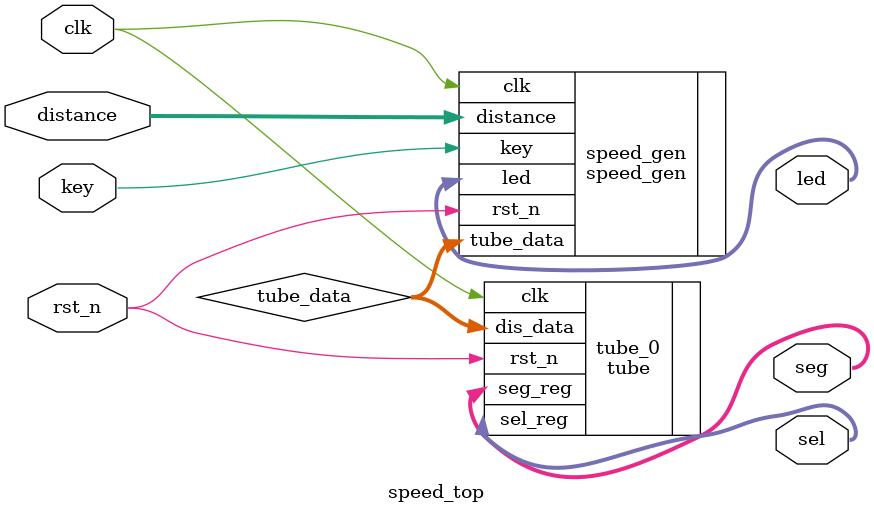
<source format=v>
`timescale 1ns / 1ps


module speed_top(
    input     clk     ,
    input     rst_n   ,
    input     key     ,
    input [13:0]   distance  ,
    
    output [2:0]   led    ,
    output [3:0]   sel   ,
    output [7:0]   seg   
    );
    
    wire [13:0]   tube_data   ;
    
    speed_gen speed_gen(
        .clk      (clk      ) ,
        .rst_n    (rst_n    ) ,
        .key      (key      ) ,
        .distance (distance ) ,
    
        .led      (led      ) ,
        .tube_data(tube_data)    
    );
    
    tube tube_0(
         .clk    (clk)  ,
         .rst_n  (rst_n)  ,
         .dis_data(tube_data),
            
         .sel_reg     (sel)   ,
         .seg_reg     (seg)
        );
    
endmodule

</source>
